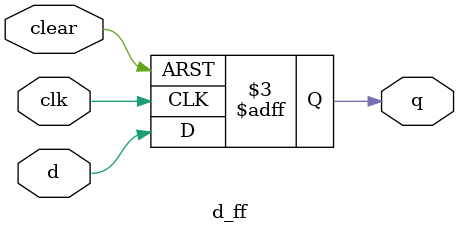
<source format=v>
module d_ff(q,d,clk,clear);
	output reg q;
	input wire d,clk,clear;
	
	always@(posedge clk or negedge clear) begin
		if(clear==1'b0) begin
			q<=1'b0;
		end else begin
			q<=d;
		end
	end 
endmodule
</source>
